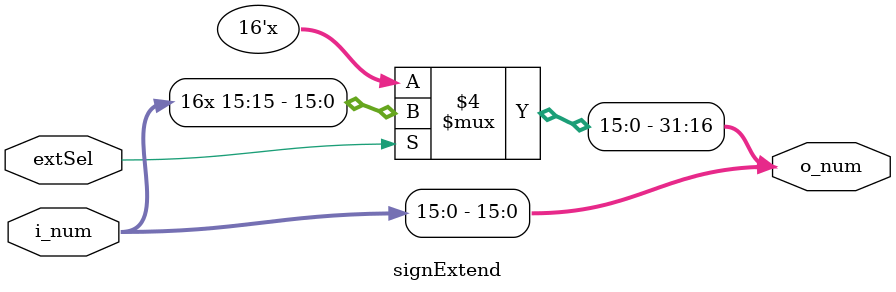
<source format=v>
module signExtend(i_num, extSel, o_num);
  input wire[15:0] i_num;
  input wire extSel;
  output reg[31:0] o_num;
  initial begin
    o_num = 0;
  end
  always @(i_num or extSel) begin
    if (extSel) begin
      o_num <= {{16{i_num[15]}}, i_num[15:0]};
    end
    else begin
        o_num[15:0]<=i_num[15:0];
    end
  end
endmodule
</source>
